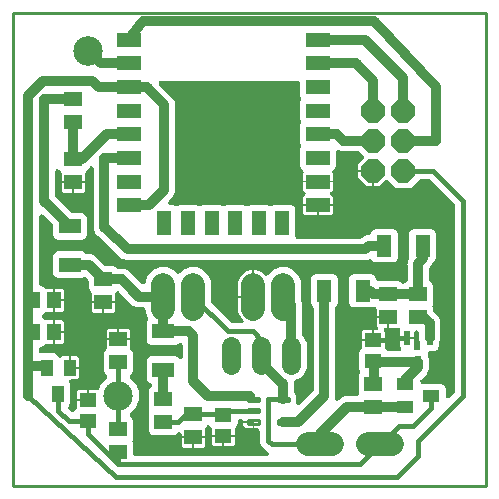
<source format=gbr>
G04 EAGLE Gerber RS-274X export*
G75*
%MOMM*%
%FSLAX34Y34*%
%LPD*%
%INTop Copper*%
%IPPOS*%
%AMOC8*
5,1,8,0,0,1.08239X$1,22.5*%
G01*
G04 Define Apertures*
%ADD10R,2.000000X1.200000*%
%ADD11R,1.200000X2.000000*%
%ADD12R,0.624800X1.223500*%
%ADD13R,1.500000X1.300000*%
%ADD14R,1.465300X1.164600*%
%ADD15R,1.400000X1.000000*%
%ADD16C,0.295000*%
%ADD17R,1.274700X1.850000*%
%ADD18R,1.850000X1.274700*%
%ADD19P,2.1821X8X112.5*%
%ADD20C,2.016000*%
%ADD21R,1.164600X1.465300*%
%ADD22R,1.000000X1.400000*%
%ADD23C,1.600000*%
%ADD24C,0.812800*%
%ADD25C,0.400000*%
%ADD26C,0.406400*%
%ADD27C,2.500000*%
%ADD28C,0.254000*%
G36*
X214944Y25161D02*
X214151Y25000D01*
X103432Y25000D01*
X102700Y25137D01*
X102018Y25572D01*
X101561Y26239D01*
X101400Y27032D01*
X101400Y36095D01*
X100891Y37322D01*
X100737Y38084D01*
X100891Y38878D01*
X101400Y40105D01*
X101400Y55095D01*
X100639Y56932D01*
X98947Y58624D01*
X98525Y59239D01*
X98352Y60029D01*
X98500Y60824D01*
X98947Y61498D01*
X103736Y66287D01*
X106400Y72719D01*
X106400Y79681D01*
X103736Y86113D01*
X98947Y90902D01*
X98525Y91517D01*
X98352Y92306D01*
X98500Y93101D01*
X98947Y93776D01*
X100639Y95468D01*
X101400Y97305D01*
X101400Y112295D01*
X100639Y114132D01*
X99535Y115236D01*
X99101Y115880D01*
X98940Y116673D01*
X98940Y123038D01*
X78860Y123038D01*
X78860Y116673D01*
X78711Y115910D01*
X78265Y115236D01*
X77161Y114132D01*
X76400Y112295D01*
X76400Y97305D01*
X77161Y95468D01*
X78853Y93776D01*
X79275Y93161D01*
X79448Y92371D01*
X79300Y91576D01*
X78853Y90902D01*
X74064Y86113D01*
X72307Y81871D01*
X71890Y81235D01*
X71223Y80778D01*
X70430Y80617D01*
X64262Y80617D01*
X64262Y71492D01*
X53634Y71492D01*
X53634Y65942D01*
X53485Y65179D01*
X53038Y64505D01*
X51851Y63317D01*
X51593Y62917D01*
X50933Y62450D01*
X50143Y62276D01*
X49348Y62424D01*
X48674Y62871D01*
X46845Y64700D01*
X46423Y65315D01*
X46250Y66104D01*
X46398Y66899D01*
X46845Y67574D01*
X47339Y68068D01*
X48100Y69905D01*
X48100Y85895D01*
X47414Y87550D01*
X47261Y88263D01*
X47396Y89061D01*
X47832Y89742D01*
X48499Y90199D01*
X49291Y90360D01*
X53652Y90360D01*
X55140Y91848D01*
X55140Y99138D01*
X46838Y99138D01*
X46838Y109440D01*
X41548Y109440D01*
X41161Y109053D01*
X40561Y108639D01*
X39773Y108459D01*
X38977Y108601D01*
X38299Y109042D01*
X37847Y109713D01*
X37839Y109732D01*
X36432Y111139D01*
X34595Y111900D01*
X23796Y111900D01*
X23064Y112037D01*
X22382Y112472D01*
X21925Y113139D01*
X21764Y113932D01*
X21764Y115642D01*
X21901Y116374D01*
X22336Y117055D01*
X23003Y117513D01*
X23144Y117541D01*
X25301Y118435D01*
X26405Y119538D01*
X27049Y119973D01*
X27842Y120134D01*
X33392Y120134D01*
X33392Y139867D01*
X27842Y139867D01*
X27079Y140015D01*
X26405Y140462D01*
X25277Y141590D01*
X24739Y141934D01*
X24266Y142589D01*
X24086Y143378D01*
X24228Y144174D01*
X24670Y144852D01*
X25270Y145257D01*
X26405Y146391D01*
X27049Y146826D01*
X27842Y146987D01*
X33392Y146987D01*
X33392Y166720D01*
X27842Y166720D01*
X27079Y166868D01*
X26405Y167315D01*
X25301Y168418D01*
X23191Y169292D01*
X23064Y169316D01*
X22382Y169752D01*
X21925Y170419D01*
X21764Y171212D01*
X21764Y227915D01*
X21889Y228617D01*
X22314Y229305D01*
X22974Y229773D01*
X23764Y229947D01*
X24559Y229798D01*
X25233Y229352D01*
X33155Y221430D01*
X33589Y220785D01*
X33750Y219993D01*
X33750Y212035D01*
X34511Y210197D01*
X35918Y208791D01*
X37755Y208030D01*
X58245Y208030D01*
X60082Y208791D01*
X61489Y210197D01*
X62250Y212035D01*
X62250Y226771D01*
X61489Y228609D01*
X60082Y230015D01*
X58245Y230777D01*
X50287Y230777D01*
X49524Y230925D01*
X48850Y231372D01*
X35759Y244462D01*
X35325Y245107D01*
X35164Y245899D01*
X35164Y266061D01*
X35284Y266748D01*
X35703Y267439D01*
X36359Y267912D01*
X37147Y268092D01*
X37944Y267950D01*
X38621Y267509D01*
X39038Y266891D01*
X40165Y265764D01*
X40599Y265120D01*
X40760Y264327D01*
X40760Y257962D01*
X60840Y257962D01*
X60840Y264327D01*
X60989Y265090D01*
X61435Y265764D01*
X62539Y266868D01*
X63204Y268473D01*
X63644Y269133D01*
X64467Y269955D01*
X65052Y270363D01*
X65839Y270549D01*
X66637Y270414D01*
X67318Y269978D01*
X67775Y269311D01*
X67936Y268519D01*
X67936Y221036D01*
X67887Y220771D01*
X67935Y218886D01*
X67936Y218834D01*
X67936Y217052D01*
X68660Y215424D01*
X68680Y215376D01*
X69362Y213730D01*
X70654Y212503D01*
X70691Y212467D01*
X72025Y211133D01*
X72251Y210986D01*
X90630Y193527D01*
X90667Y193490D01*
X91927Y192230D01*
X93590Y191591D01*
X93639Y191572D01*
X95285Y190890D01*
X97066Y190935D01*
X97118Y190936D01*
X299900Y190936D01*
X301238Y191490D01*
X301983Y191645D01*
X302778Y191496D01*
X303453Y191050D01*
X304791Y189711D01*
X306629Y188950D01*
X321365Y188950D01*
X323203Y189711D01*
X324609Y191118D01*
X325371Y192955D01*
X325371Y213445D01*
X324609Y215282D01*
X323203Y216689D01*
X321365Y217450D01*
X306629Y217450D01*
X304791Y216689D01*
X303385Y215282D01*
X302654Y213518D01*
X302236Y212882D01*
X301569Y212425D01*
X300777Y212264D01*
X299494Y212264D01*
X296163Y210884D01*
X294938Y209659D01*
X294293Y209225D01*
X293501Y209064D01*
X240772Y209064D01*
X240055Y209195D01*
X239370Y209625D01*
X238907Y210288D01*
X238740Y211080D01*
X238800Y211388D01*
X238800Y233635D01*
X238039Y235472D01*
X236632Y236879D01*
X234795Y237640D01*
X220805Y237640D01*
X218656Y236750D01*
X218622Y236727D01*
X217832Y236553D01*
X217037Y236701D01*
X216998Y236727D01*
X214795Y237640D01*
X200805Y237640D01*
X198656Y236750D01*
X198622Y236727D01*
X197832Y236553D01*
X197037Y236701D01*
X196998Y236727D01*
X194795Y237640D01*
X180805Y237640D01*
X178656Y236750D01*
X178622Y236727D01*
X177832Y236553D01*
X177037Y236701D01*
X176998Y236727D01*
X174795Y237640D01*
X160805Y237640D01*
X158656Y236750D01*
X158622Y236727D01*
X157832Y236553D01*
X157037Y236701D01*
X156998Y236727D01*
X154795Y237640D01*
X140805Y237640D01*
X138656Y236750D01*
X138622Y236727D01*
X137832Y236553D01*
X137037Y236701D01*
X136998Y236727D01*
X134795Y237640D01*
X133064Y237640D01*
X132362Y237765D01*
X131674Y238190D01*
X131206Y238850D01*
X131032Y239640D01*
X131181Y240435D01*
X131627Y241109D01*
X135384Y244866D01*
X136764Y248197D01*
X136764Y324407D01*
X135384Y327738D01*
X123691Y339431D01*
X123283Y340016D01*
X123097Y340803D01*
X123233Y341601D01*
X123669Y342282D01*
X124336Y342739D01*
X125128Y342900D01*
X240768Y342900D01*
X241501Y342763D01*
X242182Y342328D01*
X242639Y341661D01*
X242800Y340868D01*
X242800Y330445D01*
X243690Y328296D01*
X243713Y328262D01*
X243887Y327472D01*
X243739Y326677D01*
X243713Y326638D01*
X242800Y324435D01*
X242800Y310445D01*
X243690Y308296D01*
X243713Y308262D01*
X243887Y307472D01*
X243739Y306677D01*
X243713Y306638D01*
X242800Y304435D01*
X242800Y290445D01*
X243690Y288296D01*
X243713Y288262D01*
X243887Y287472D01*
X243739Y286677D01*
X243713Y286638D01*
X242800Y284435D01*
X242800Y270445D01*
X243561Y268608D01*
X245032Y267137D01*
X245453Y266523D01*
X245627Y265733D01*
X245478Y264938D01*
X245260Y264609D01*
X245260Y258202D01*
X270340Y258202D01*
X270340Y264597D01*
X270147Y264878D01*
X269974Y265668D01*
X270122Y266463D01*
X270568Y267137D01*
X272039Y268608D01*
X272800Y270445D01*
X272800Y281982D01*
X272931Y282699D01*
X273361Y283384D01*
X274025Y283847D01*
X274816Y284014D01*
X275610Y283859D01*
X277597Y283036D01*
X291696Y283036D01*
X292459Y282887D01*
X293133Y282441D01*
X296476Y279097D01*
X296898Y278483D01*
X297071Y277693D01*
X296923Y276898D01*
X296476Y276224D01*
X292180Y271927D01*
X292180Y267462D01*
X305562Y267462D01*
X305562Y254080D01*
X310027Y254080D01*
X314324Y258376D01*
X314938Y258798D01*
X315728Y258971D01*
X316523Y258823D01*
X317197Y258376D01*
X323954Y251620D01*
X336446Y251620D01*
X343931Y259105D01*
X344575Y259539D01*
X345368Y259700D01*
X351859Y259700D01*
X352621Y259551D01*
X353296Y259105D01*
X373405Y238996D01*
X373839Y238351D01*
X374000Y237559D01*
X374000Y79986D01*
X373851Y79224D01*
X373405Y78550D01*
X369369Y74514D01*
X368784Y74106D01*
X367997Y73919D01*
X367200Y74055D01*
X366518Y74491D01*
X366061Y75158D01*
X365900Y75950D01*
X365900Y82195D01*
X365139Y84032D01*
X363732Y85439D01*
X361895Y86200D01*
X346564Y86200D01*
X345862Y86325D01*
X345174Y86750D01*
X344706Y87410D01*
X344532Y88200D01*
X344681Y88995D01*
X345127Y89669D01*
X348410Y92951D01*
X348693Y93141D01*
X350426Y94873D01*
X350567Y95085D01*
X351964Y98457D01*
X351964Y102297D01*
X352024Y102788D01*
X352131Y103215D01*
X351986Y104184D01*
X351964Y104484D01*
X351964Y105463D01*
X351919Y105572D01*
X351764Y106350D01*
X351764Y106803D01*
X351596Y107209D01*
X351463Y107687D01*
X351399Y108121D01*
X351314Y108262D01*
X351024Y109308D01*
X351024Y110772D01*
X350924Y111013D01*
X350771Y111726D01*
X350906Y112523D01*
X351342Y113204D01*
X352009Y113662D01*
X352802Y113823D01*
X356519Y113823D01*
X358356Y114584D01*
X359763Y115990D01*
X360524Y117828D01*
X360524Y120464D01*
X360679Y121241D01*
X361464Y123137D01*
X361464Y139443D01*
X360084Y142774D01*
X355995Y146863D01*
X355561Y147508D01*
X355400Y148300D01*
X355400Y150395D01*
X354891Y151622D01*
X354737Y152384D01*
X354891Y153178D01*
X355400Y154405D01*
X355400Y169395D01*
X354639Y171232D01*
X353232Y172639D01*
X353218Y172645D01*
X352582Y173062D01*
X352125Y173729D01*
X351964Y174522D01*
X351964Y183896D01*
X352314Y185035D01*
X353314Y186512D01*
X353560Y186809D01*
X354087Y187337D01*
X354345Y187960D01*
X354540Y188322D01*
X355105Y189156D01*
X355351Y189453D01*
X357015Y191118D01*
X357777Y192955D01*
X357777Y213445D01*
X357015Y215282D01*
X355609Y216689D01*
X353771Y217450D01*
X339035Y217450D01*
X337197Y216689D01*
X335791Y215282D01*
X335030Y213445D01*
X335030Y192551D01*
X334969Y192551D01*
X335013Y192105D01*
X334702Y191359D01*
X334385Y190891D01*
X334234Y190160D01*
X334121Y189792D01*
X333836Y189103D01*
X333836Y188429D01*
X333794Y188019D01*
X333659Y187359D01*
X333799Y186627D01*
X333836Y186243D01*
X333836Y174522D01*
X333694Y173774D01*
X333252Y173097D01*
X332582Y172645D01*
X332568Y172639D01*
X331637Y171708D01*
X331022Y171287D01*
X330232Y171113D01*
X329437Y171261D01*
X328763Y171708D01*
X327832Y172639D01*
X325995Y173400D01*
X309009Y173400D01*
X308276Y173537D01*
X307595Y173972D01*
X307137Y174639D01*
X307011Y175261D01*
X306215Y177182D01*
X304809Y178589D01*
X302971Y179350D01*
X288235Y179350D01*
X286397Y178589D01*
X284991Y177182D01*
X284230Y175345D01*
X284230Y154855D01*
X284991Y153018D01*
X286397Y151611D01*
X288235Y150850D01*
X302971Y150850D01*
X304650Y151546D01*
X305363Y151699D01*
X306161Y151564D01*
X306842Y151128D01*
X307299Y150461D01*
X307460Y149668D01*
X307460Y143662D01*
X318262Y143662D01*
X318262Y133860D01*
X325704Y133860D01*
X326437Y133723D01*
X327118Y133288D01*
X327575Y132621D01*
X327736Y131828D01*
X327736Y125702D01*
X339064Y125702D01*
X339064Y129368D01*
X339201Y130101D01*
X339636Y130782D01*
X340303Y131239D01*
X341096Y131400D01*
X341304Y131400D01*
X342037Y131263D01*
X342718Y130828D01*
X343175Y130161D01*
X343336Y129368D01*
X343336Y123137D01*
X344121Y121241D01*
X344276Y120464D01*
X344276Y117828D01*
X344376Y117587D01*
X344529Y116874D01*
X344394Y116077D01*
X343958Y115396D01*
X343291Y114938D01*
X342498Y114778D01*
X340977Y114778D01*
X340275Y114903D01*
X339586Y115328D01*
X339119Y115987D01*
X338945Y116777D01*
X339064Y117415D01*
X339064Y124178D01*
X327736Y124178D01*
X327736Y117770D01*
X327974Y117533D01*
X328382Y116948D01*
X328568Y116161D01*
X328432Y115364D01*
X327996Y114682D01*
X327329Y114225D01*
X326537Y114064D01*
X317344Y114064D01*
X316582Y114213D01*
X315907Y114659D01*
X315262Y115305D01*
X314827Y115949D01*
X314667Y116742D01*
X314667Y122292D01*
X294934Y122292D01*
X294934Y116742D01*
X294785Y115979D01*
X294338Y115305D01*
X293235Y114201D01*
X292474Y112364D01*
X292474Y98728D01*
X293211Y96949D01*
X293365Y96187D01*
X293211Y95393D01*
X292300Y93195D01*
X292300Y77866D01*
X292301Y77861D01*
X292300Y77854D01*
X292300Y77801D01*
X292291Y77801D01*
X292166Y77064D01*
X291730Y76382D01*
X291063Y75925D01*
X290270Y75764D01*
X280797Y75764D01*
X277466Y74384D01*
X275730Y72648D01*
X275145Y72240D01*
X274358Y72054D01*
X273561Y72190D01*
X272879Y72626D01*
X272422Y73293D01*
X272261Y74085D01*
X272261Y150628D01*
X272410Y151390D01*
X272856Y152065D01*
X273809Y153018D01*
X274571Y154855D01*
X274571Y175345D01*
X273809Y177182D01*
X272403Y178589D01*
X270565Y179350D01*
X255829Y179350D01*
X253991Y178589D01*
X252585Y177182D01*
X251824Y175345D01*
X251824Y154855D01*
X252585Y153018D01*
X253538Y152065D01*
X253972Y151420D01*
X254133Y150628D01*
X254133Y80796D01*
X253984Y80034D01*
X253538Y79359D01*
X242969Y68790D01*
X242384Y68382D01*
X241597Y68196D01*
X240800Y68332D01*
X240118Y68768D01*
X239661Y69435D01*
X239500Y70227D01*
X239500Y75763D01*
X238514Y78143D01*
X238109Y78548D01*
X237675Y79192D01*
X237514Y79985D01*
X237514Y87447D01*
X237657Y88194D01*
X238098Y88872D01*
X238768Y89324D01*
X242764Y90979D01*
X246421Y94636D01*
X248400Y99414D01*
X248400Y120586D01*
X246421Y125364D01*
X245059Y126726D01*
X244625Y127370D01*
X244464Y128162D01*
X244464Y155003D01*
X243835Y156522D01*
X243680Y157300D01*
X243680Y173080D01*
X241384Y178622D01*
X237142Y182864D01*
X231600Y185160D01*
X225600Y185160D01*
X220058Y182864D01*
X215597Y178404D01*
X214983Y177982D01*
X214193Y177809D01*
X213398Y177957D01*
X212724Y178404D01*
X210349Y180779D01*
X205710Y182700D01*
X203962Y182700D01*
X203962Y159238D01*
X190580Y159238D01*
X190580Y147410D01*
X192501Y142771D01*
X194240Y141033D01*
X194648Y140448D01*
X194834Y139661D01*
X194698Y138864D01*
X194263Y138182D01*
X193596Y137725D01*
X192803Y137564D01*
X185622Y137564D01*
X184860Y137713D01*
X184186Y138159D01*
X168075Y154270D01*
X167641Y154914D01*
X167480Y155706D01*
X167480Y173080D01*
X165184Y178622D01*
X160942Y182864D01*
X155400Y185160D01*
X149400Y185160D01*
X143858Y182864D01*
X141137Y180143D01*
X140522Y179722D01*
X139732Y179548D01*
X138937Y179697D01*
X138263Y180143D01*
X135542Y182864D01*
X130000Y185160D01*
X124000Y185160D01*
X118458Y182864D01*
X114216Y178622D01*
X111920Y173080D01*
X111920Y172504D01*
X111795Y171802D01*
X111370Y171114D01*
X110710Y170646D01*
X109920Y170472D01*
X109125Y170621D01*
X108451Y171067D01*
X97234Y182284D01*
X93903Y183664D01*
X89049Y183664D01*
X88286Y183813D01*
X87612Y184259D01*
X86532Y185339D01*
X84695Y186100D01*
X78360Y186100D01*
X77598Y186249D01*
X76923Y186695D01*
X68937Y194681D01*
X65606Y196061D01*
X62472Y196061D01*
X61710Y196210D01*
X61035Y196656D01*
X60082Y197609D01*
X58245Y198371D01*
X37755Y198371D01*
X35918Y197609D01*
X34511Y196203D01*
X33750Y194365D01*
X33750Y179629D01*
X34511Y177791D01*
X35918Y176385D01*
X37755Y175624D01*
X58245Y175624D01*
X59899Y176309D01*
X60644Y176463D01*
X61439Y176315D01*
X62113Y175868D01*
X63105Y174877D01*
X63539Y174232D01*
X63700Y173440D01*
X63700Y167105D01*
X64461Y165268D01*
X65565Y164164D01*
X65999Y163520D01*
X66160Y162727D01*
X66160Y156362D01*
X86240Y156362D01*
X86240Y162727D01*
X86389Y163490D01*
X86835Y164164D01*
X86839Y164168D01*
X87454Y164590D01*
X88244Y164763D01*
X89039Y164615D01*
X89713Y164168D01*
X101566Y152316D01*
X104897Y150936D01*
X109888Y150936D01*
X110621Y150799D01*
X111302Y150364D01*
X111759Y149697D01*
X111920Y148904D01*
X111920Y146920D01*
X113979Y141950D01*
X114133Y141205D01*
X113985Y140410D01*
X113538Y139736D01*
X113511Y139709D01*
X112750Y137871D01*
X112750Y123135D01*
X113511Y121297D01*
X114918Y119891D01*
X116755Y119130D01*
X137245Y119130D01*
X139082Y119891D01*
X139867Y120676D01*
X140452Y121084D01*
X141239Y121270D01*
X142037Y121134D01*
X142718Y120698D01*
X143175Y120031D01*
X143336Y119239D01*
X143336Y109361D01*
X143211Y108659D01*
X142786Y107971D01*
X142126Y107503D01*
X141336Y107330D01*
X140541Y107478D01*
X139867Y107924D01*
X139082Y108709D01*
X137245Y109471D01*
X116755Y109471D01*
X114918Y108709D01*
X113511Y107303D01*
X112750Y105465D01*
X112750Y90729D01*
X113511Y88891D01*
X114918Y87485D01*
X115994Y87039D01*
X116607Y86643D01*
X117075Y85984D01*
X117248Y85194D01*
X117100Y84399D01*
X116654Y83725D01*
X115261Y82332D01*
X114500Y80495D01*
X114500Y65505D01*
X115009Y64278D01*
X115163Y63516D01*
X115009Y62722D01*
X114500Y61495D01*
X114500Y46505D01*
X115261Y44668D01*
X116668Y43261D01*
X118505Y42500D01*
X135495Y42500D01*
X137332Y43261D01*
X138891Y44820D01*
X139476Y45228D01*
X140263Y45414D01*
X141061Y45279D01*
X141742Y44843D01*
X142199Y44176D01*
X142360Y43383D01*
X142360Y42062D01*
X162440Y42062D01*
X162440Y48427D01*
X162589Y49190D01*
X163035Y49864D01*
X163715Y50544D01*
X164330Y50966D01*
X165120Y51139D01*
X165915Y50991D01*
X166589Y50544D01*
X167338Y49795D01*
X167773Y49151D01*
X167934Y48358D01*
X167934Y42808D01*
X187667Y42808D01*
X187667Y48358D01*
X187815Y49121D01*
X188262Y49795D01*
X189365Y50899D01*
X190127Y52736D01*
X190127Y54436D01*
X190263Y55169D01*
X190699Y55850D01*
X191366Y56307D01*
X192159Y56468D01*
X192369Y56468D01*
X192530Y56500D01*
X192728Y56500D01*
X193461Y56363D01*
X194142Y55928D01*
X194599Y55261D01*
X194700Y54762D01*
X204112Y54762D01*
X204112Y48510D01*
X206468Y48510D01*
X207201Y48373D01*
X207882Y47938D01*
X208339Y47271D01*
X208500Y46478D01*
X208500Y39980D01*
X208468Y39819D01*
X208468Y36701D01*
X209539Y34117D01*
X214617Y29039D01*
X214929Y28909D01*
X215518Y28536D01*
X215996Y27884D01*
X216182Y27097D01*
X216046Y26300D01*
X215611Y25618D01*
X214944Y25161D01*
G37*
%LPC*%
G36*
X299573Y254080D02*
X304038Y254080D01*
X304038Y265938D01*
X292180Y265938D01*
X292180Y261473D01*
X299573Y254080D01*
G37*
G36*
X245260Y238202D02*
X270340Y238202D01*
X270340Y244492D01*
X268829Y246003D01*
X268408Y246618D01*
X268234Y247408D01*
X268382Y248203D01*
X268829Y248877D01*
X270340Y250388D01*
X270340Y256678D01*
X245260Y256678D01*
X245260Y250388D01*
X246771Y248877D01*
X247192Y248262D01*
X247366Y247472D01*
X247218Y246677D01*
X246771Y246003D01*
X245260Y244492D01*
X245260Y238202D01*
G37*
G36*
X42248Y248160D02*
X50038Y248160D01*
X50038Y256438D01*
X40760Y256438D01*
X40760Y249648D01*
X42248Y248160D01*
G37*
G36*
X51562Y248160D02*
X59352Y248160D01*
X60840Y249648D01*
X60840Y256438D01*
X51562Y256438D01*
X51562Y248160D01*
G37*
G36*
X246748Y228900D02*
X257038Y228900D01*
X257038Y236678D01*
X245260Y236678D01*
X245260Y230388D01*
X246748Y228900D01*
G37*
G36*
X258562Y228900D02*
X268852Y228900D01*
X270340Y230388D01*
X270340Y236678D01*
X258562Y236678D01*
X258562Y228900D01*
G37*
G36*
X190580Y160762D02*
X202438Y160762D01*
X202438Y182700D01*
X200690Y182700D01*
X196051Y180779D01*
X192501Y177229D01*
X190580Y172590D01*
X190580Y160762D01*
G37*
G36*
X34916Y157615D02*
X42517Y157615D01*
X42517Y165232D01*
X41029Y166720D01*
X34916Y166720D01*
X34916Y157615D01*
G37*
G36*
X34916Y146987D02*
X41029Y146987D01*
X42517Y148474D01*
X42517Y156091D01*
X34916Y156091D01*
X34916Y146987D01*
G37*
G36*
X76962Y146560D02*
X84752Y146560D01*
X86240Y148048D01*
X86240Y154838D01*
X76962Y154838D01*
X76962Y146560D01*
G37*
G36*
X67648Y146560D02*
X75438Y146560D01*
X75438Y154838D01*
X66160Y154838D01*
X66160Y148048D01*
X67648Y146560D01*
G37*
G36*
X305562Y123816D02*
X314667Y123816D01*
X314667Y129929D01*
X314204Y130391D01*
X313796Y130976D01*
X313610Y131763D01*
X313746Y132561D01*
X314182Y133242D01*
X314849Y133699D01*
X315641Y133860D01*
X316738Y133860D01*
X316738Y142138D01*
X307460Y142138D01*
X307460Y135348D01*
X307922Y134886D01*
X308330Y134301D01*
X308516Y133514D01*
X308381Y132717D01*
X307945Y132035D01*
X307278Y131578D01*
X306485Y131417D01*
X305562Y131417D01*
X305562Y123816D01*
G37*
G36*
X34916Y130762D02*
X42517Y130762D01*
X42517Y138379D01*
X41029Y139867D01*
X34916Y139867D01*
X34916Y130762D01*
G37*
G36*
X89662Y124562D02*
X98940Y124562D01*
X98940Y131352D01*
X97452Y132840D01*
X89662Y132840D01*
X89662Y124562D01*
G37*
G36*
X78860Y124562D02*
X88138Y124562D01*
X88138Y132840D01*
X80348Y132840D01*
X78860Y131352D01*
X78860Y124562D01*
G37*
G36*
X294934Y123816D02*
X304038Y123816D01*
X304038Y131417D01*
X296421Y131417D01*
X294934Y129929D01*
X294934Y123816D01*
G37*
G36*
X34916Y120134D02*
X41029Y120134D01*
X42517Y121621D01*
X42517Y129238D01*
X34916Y129238D01*
X34916Y120134D01*
G37*
G36*
X48362Y100662D02*
X55140Y100662D01*
X55140Y107952D01*
X53652Y109440D01*
X48362Y109440D01*
X48362Y100662D01*
G37*
G36*
X53634Y73016D02*
X62738Y73016D01*
X62738Y80617D01*
X55121Y80617D01*
X53634Y79129D01*
X53634Y73016D01*
G37*
G36*
X197112Y48510D02*
X202588Y48510D01*
X202588Y53238D01*
X194760Y53238D01*
X194760Y50862D01*
X197112Y48510D01*
G37*
G36*
X178562Y33683D02*
X186179Y33683D01*
X187667Y35171D01*
X187667Y41284D01*
X178562Y41284D01*
X178562Y33683D01*
G37*
G36*
X169421Y33683D02*
X177038Y33683D01*
X177038Y41284D01*
X167934Y41284D01*
X167934Y35171D01*
X169421Y33683D01*
G37*
G36*
X153162Y32260D02*
X160952Y32260D01*
X162440Y33748D01*
X162440Y40538D01*
X153162Y40538D01*
X153162Y32260D01*
G37*
G36*
X143848Y32260D02*
X151638Y32260D01*
X151638Y40538D01*
X142360Y40538D01*
X142360Y33748D01*
X143848Y32260D01*
G37*
%LPD*%
D10*
X257800Y237440D03*
X257800Y257440D03*
X257800Y277440D03*
X257800Y297440D03*
X257800Y317440D03*
X257800Y337440D03*
X257800Y357440D03*
X257800Y377440D03*
X97800Y377440D03*
X97800Y337440D03*
X97800Y357440D03*
X97800Y317440D03*
X97800Y297440D03*
X97800Y277440D03*
X97800Y257440D03*
X97800Y237440D03*
D11*
X227800Y222640D03*
X207800Y222640D03*
X187800Y222640D03*
X167800Y222640D03*
X147800Y222640D03*
X127800Y222640D03*
D12*
X352400Y124940D03*
X333400Y124940D03*
X342900Y103660D03*
D13*
X127000Y73000D03*
X127000Y54000D03*
D14*
X177800Y59554D03*
X177800Y42046D03*
D15*
X353900Y76200D03*
X331900Y66700D03*
X331900Y85700D03*
D16*
X207925Y71525D02*
X198775Y71525D01*
X198775Y74475D01*
X207925Y74475D01*
X207925Y71525D01*
X207925Y74327D02*
X198775Y74327D01*
X198775Y62025D02*
X207925Y62025D01*
X198775Y62025D02*
X198775Y64975D01*
X207925Y64975D01*
X207925Y62025D01*
X207925Y64827D02*
X198775Y64827D01*
X198775Y52525D02*
X207925Y52525D01*
X198775Y52525D02*
X198775Y55475D01*
X207925Y55475D01*
X207925Y52525D01*
X207925Y55327D02*
X198775Y55327D01*
X223875Y52525D02*
X233025Y52525D01*
X223875Y52525D02*
X223875Y55475D01*
X233025Y55475D01*
X233025Y52525D01*
X233025Y55327D02*
X223875Y55327D01*
X223875Y71525D02*
X233025Y71525D01*
X223875Y71525D02*
X223875Y74475D01*
X233025Y74475D01*
X233025Y71525D01*
X233025Y74327D02*
X223875Y74327D01*
D13*
X152400Y41300D03*
X152400Y60300D03*
X342900Y161900D03*
X342900Y142900D03*
X317500Y142900D03*
X317500Y161900D03*
X304800Y85700D03*
X304800Y66700D03*
D14*
X304800Y105546D03*
X304800Y123054D03*
D17*
X295603Y165100D03*
X263197Y165100D03*
X346403Y203200D03*
X313997Y203200D03*
D18*
X48000Y219403D03*
X48000Y186997D03*
D13*
X50800Y308000D03*
X50800Y327000D03*
X50800Y257200D03*
X50800Y276200D03*
D19*
X304800Y266700D03*
X330200Y266700D03*
X304800Y292100D03*
X330200Y292100D03*
X304800Y317500D03*
X330200Y317500D03*
D20*
X203200Y170080D02*
X203200Y149920D01*
X228600Y149920D02*
X228600Y170080D01*
X127000Y170080D02*
X127000Y149920D01*
X152400Y149920D02*
X152400Y170080D01*
D14*
X63500Y54746D03*
X63500Y72254D03*
D21*
X16646Y156853D03*
X34154Y156853D03*
D22*
X38100Y77900D03*
X28600Y99900D03*
X47600Y99900D03*
D21*
X16646Y130000D03*
X34154Y130000D03*
D23*
X235400Y118000D02*
X235400Y102000D01*
X210000Y102000D02*
X210000Y118000D01*
X184600Y118000D02*
X184600Y102000D01*
D13*
X88900Y47600D03*
X88900Y28600D03*
X88900Y123800D03*
X88900Y104800D03*
D18*
X127000Y98097D03*
X127000Y130503D03*
D13*
X76200Y155600D03*
X76200Y174600D03*
D20*
X249520Y35000D02*
X269680Y35000D01*
X300320Y35000D02*
X320480Y35000D01*
D24*
X331900Y66700D02*
X304800Y66700D01*
D25*
X228450Y73000D02*
X215500Y73000D01*
X215500Y38100D01*
D24*
X210000Y104150D02*
X210000Y110000D01*
X228450Y85700D02*
X228450Y73000D01*
X228450Y85700D02*
X210000Y104150D01*
D26*
X181868Y130532D02*
X152400Y160000D01*
X181868Y130532D02*
X202491Y130532D01*
X210000Y123023D02*
X210000Y110000D01*
X210000Y123023D02*
X202491Y130532D01*
D24*
X282600Y66700D02*
X304800Y66700D01*
X282600Y66700D02*
X279400Y63500D01*
X259600Y43700D01*
X259600Y35000D01*
D26*
X218600Y35000D01*
X215500Y38100D01*
D25*
X332700Y125000D02*
X333400Y124940D01*
D26*
X177800Y42046D02*
X177054Y41300D01*
X317500Y123054D02*
X319446Y125000D01*
X317500Y123054D02*
X304800Y123054D01*
X319446Y125000D02*
X332700Y125000D01*
X203350Y73000D02*
X200150Y76200D01*
D24*
X165100Y76200D01*
X152400Y88900D01*
X152400Y127000D01*
X148897Y130503D01*
X127000Y130503D01*
X127000Y160000D01*
X63803Y186997D02*
X48000Y186997D01*
X63803Y186997D02*
X76200Y174600D01*
X92100Y174600D01*
X101600Y165100D01*
X106700Y160000D01*
X127000Y160000D01*
D25*
X190650Y63500D02*
X203350Y63500D01*
X152400Y60300D02*
X146000Y60300D01*
X139700Y54000D01*
X127000Y54000D01*
D26*
X152400Y60300D02*
X177054Y60300D01*
X177800Y59554D01*
X181746Y63500D01*
X190650Y63500D01*
D24*
X347140Y142900D02*
X352400Y137640D01*
X347140Y142900D02*
X342900Y142900D01*
X352400Y137640D02*
X352400Y124940D01*
X342900Y103660D02*
X342900Y100260D01*
X331900Y89260D01*
X331900Y85700D01*
X305000Y85900D02*
X305000Y105000D01*
X305000Y85900D02*
X304800Y85700D01*
X305000Y105000D02*
X342700Y105000D01*
X342900Y103660D01*
D25*
X305000Y105000D02*
X304800Y105546D01*
D24*
X127700Y250000D02*
X115140Y237440D01*
X97800Y237440D01*
X127700Y250000D02*
X127700Y322604D01*
X112864Y337440D01*
X97800Y337440D01*
X25400Y342900D02*
X12700Y330200D01*
X25400Y342900D02*
X66940Y342900D01*
X72400Y337440D02*
X97800Y337440D01*
X72400Y337440D02*
X66940Y342900D01*
X12700Y152400D02*
X12700Y127000D01*
X12700Y114300D01*
D25*
X355600Y266700D02*
X381000Y241300D01*
D24*
X12700Y114300D02*
X12700Y101600D01*
X12700Y76200D01*
D25*
X86900Y7000D01*
X330200Y266700D02*
X355600Y266700D01*
X16646Y156346D02*
X12700Y152400D01*
X16646Y156346D02*
X16646Y156853D01*
D24*
X12700Y152400D02*
X12700Y330200D01*
D26*
X26900Y101600D02*
X28600Y99900D01*
D24*
X26900Y101600D02*
X12700Y101600D01*
D26*
X13646Y127000D02*
X16646Y130000D01*
X13646Y127000D02*
X12700Y127000D01*
D25*
X86900Y7000D02*
X313099Y7000D01*
X381000Y76200D02*
X381000Y241300D01*
D26*
X324500Y7000D02*
X313099Y7000D01*
X324500Y7000D02*
X342900Y25400D01*
X342900Y38100D01*
X381000Y76200D01*
D24*
X302300Y165000D02*
X295703Y165000D01*
X304800Y161900D02*
X317500Y161900D01*
X304800Y161900D02*
X302300Y165000D01*
D25*
X295703Y165000D02*
X295603Y165100D01*
D24*
X317500Y161900D02*
X342900Y161900D01*
X346403Y192471D02*
X346403Y203200D01*
X346403Y192471D02*
X342900Y187300D01*
X342900Y161900D01*
X97800Y277440D02*
X77000Y277440D01*
X301297Y203200D02*
X313997Y203200D01*
X301297Y203200D02*
X298097Y200000D01*
X96976Y200000D01*
X77000Y218976D02*
X77000Y277440D01*
X77000Y218976D02*
X96976Y200000D01*
X263197Y165100D02*
X263197Y88747D01*
X263197Y76200D01*
X240997Y54000D01*
X228450Y54000D01*
X50800Y327000D02*
X26100Y327000D01*
X26100Y243900D01*
X26100Y241303D02*
X48000Y219403D01*
X26100Y241303D02*
X26100Y243900D01*
X50800Y276200D02*
X50800Y308000D01*
X79133Y297440D02*
X57893Y276200D01*
X50800Y276200D01*
X79133Y297440D02*
X97800Y297440D01*
X297960Y377440D02*
X330200Y345200D01*
X297960Y377440D02*
X257800Y377440D01*
X330200Y345200D02*
X330200Y317500D01*
X304800Y342900D02*
X290260Y357440D01*
X257800Y357440D01*
X304800Y342900D02*
X304800Y317500D01*
X357700Y337700D02*
X357700Y292100D01*
X110004Y393000D02*
X97800Y377800D01*
X97800Y377440D01*
X330200Y292100D02*
X357700Y292100D01*
X357700Y337700D02*
X305396Y393000D01*
X110004Y393000D01*
X257800Y297440D02*
X274060Y297440D01*
X279400Y292100D01*
X304800Y292100D01*
D25*
X353900Y76200D02*
X353900Y66100D01*
X279400Y18000D02*
X88900Y18000D01*
D26*
X63500Y43400D01*
X63500Y54746D01*
X38100Y63500D02*
X38100Y77900D01*
X38100Y63500D02*
X46854Y54746D01*
X63500Y54746D01*
X88900Y28600D02*
X88900Y18000D01*
X338600Y50800D02*
X353900Y66100D01*
X338600Y50800D02*
X330200Y50800D01*
X326200Y50800D01*
X310400Y35000D01*
X293400Y18000D01*
X279400Y18000D01*
D24*
X235400Y110000D02*
X235400Y153200D01*
X228600Y160000D01*
D26*
X88900Y104800D02*
X88900Y76200D01*
D27*
X88900Y76200D03*
D26*
X88900Y47600D01*
D27*
X63500Y368300D03*
D24*
X74360Y357440D02*
X97800Y357440D01*
X74360Y357440D02*
X63500Y368300D01*
X127000Y98097D02*
X127000Y73000D01*
D28*
X0Y0D02*
X400000Y0D01*
X400000Y400000D01*
X0Y400000D01*
X0Y0D01*
M02*

</source>
